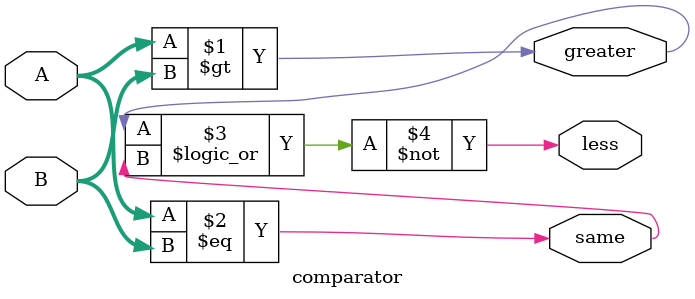
<source format=v>
module comparator(
  A,
  B,
  greater,
  less,
  same
  );
  
input [15:0] A;
input [15:0] B;
output greater;
output less;
output same;

assign greater=A>B;
assign same=A==B;
assign less=~(greater||same); //Neither.
  
endmodule
</source>
